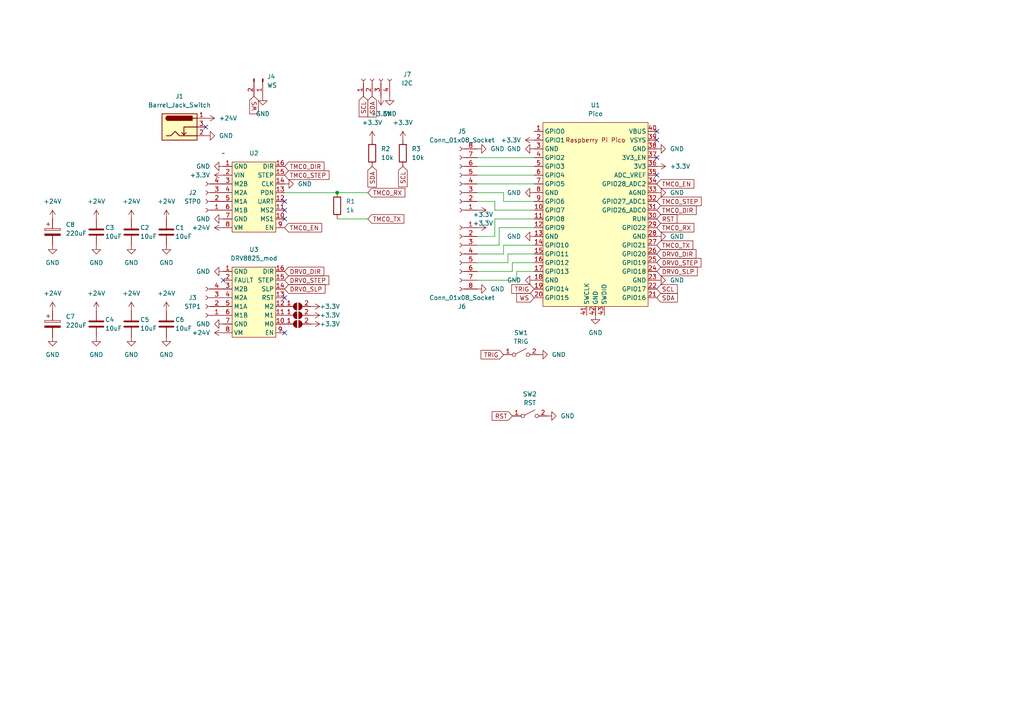
<source format=kicad_sch>
(kicad_sch (version 20230121) (generator eeschema)
  (paper "A4")
  (lib_symbols
    (symbol "Connector:Barrel_Jack_Switch" (pin_names hide)
      (property "Reference" "J" (at 0 5.334 0))
      (property "Value" "Barrel_Jack_Switch" (at 0 -5.08 0))
      (symbol "Barrel_Jack_Switch_0_1"
        (rectangle (start -5.08 3.81) (end 5.08 -3.81) (stroke (width 0.254)) (fill (type background)))
        (arc (start -3.302 3.175) (mid -3.9343 2.54) (end -3.302 1.905) (stroke (width 0.254)))
        (arc (start -3.302 3.175) (mid -3.9343 2.54) (end -3.302 1.905) (stroke (width 0.254)) (fill (type outline)))
        (polyline (pts (xy 1.27 -2.286) (xy 1.905 -1.651)) (stroke (width 0.254)))
        (polyline (pts (xy 5.08 2.54) (xy 3.81 2.54)) (stroke (width 0.254)))
        (polyline (pts (xy 5.08 0) (xy 1.27 0) (xy 1.27 -2.286) (xy 0.635 -1.651)) (stroke (width 0.254)))
        (polyline (pts (xy -3.81 -2.54) (xy -2.54 -2.54) (xy -1.27 -1.27) (xy 0 -2.54) (xy 2.54 -2.54) (xy 5.08 -2.54)) (stroke (width 0.254)))
        (rectangle (start 3.683 3.175) (end -3.302 1.905) (stroke (width 0.254)) (fill (type outline)))
      )
      (symbol "Barrel_Jack_Switch_1_1"
        (pin passive line (at 7.62 2.54 180) (length 2.54) (name "~") (number "1"))
        (pin passive line (at 7.62 -2.54 180) (length 2.54) (name "~") (number "2"))
        (pin passive line (at 7.62 0 180) (length 2.54) (name "~") (number "3"))
      )
    )
    (symbol "Connector:Conn_01x02_Pin" (pin_names (offset 1.016) hide)
      (property "Reference" "J" (at 0 2.54 0))
      (property "Value" "Conn_01x02_Pin" (at 0 -5.08 0))
      (symbol "Conn_01x02_Pin_1_1"
        (polyline (pts (xy 1.27 -2.54) (xy 0.8636 -2.54)) (stroke (width 0.1524)))
        (polyline (pts (xy 1.27 0) (xy 0.8636 0)) (stroke (width 0.1524)))
        (rectangle (start 0.8636 -2.413) (end 0 -2.667) (stroke (width 0.1524)) (fill (type outline)))
        (rectangle (start 0.8636 0.127) (end 0 -0.127) (stroke (width 0.1524)) (fill (type outline)))
        (pin passive line (at 5.08 0 180) (length 3.81) (name "Pin_1") (number "1"))
        (pin passive line (at 5.08 -2.54 180) (length 3.81) (name "Pin_2") (number "2"))
      )
    )
    (symbol "Connector:Conn_01x04_Socket" (pin_names (offset 1.016) hide)
      (property "Reference" "J" (at 0 5.08 0))
      (property "Value" "Conn_01x04_Socket" (at 0 -7.62 0))
      (symbol "Conn_01x04_Socket_1_1"
        (arc (start 0 -4.572) (mid -0.5058 -5.08) (end 0 -5.588) (stroke (width 0.1524)))
        (arc (start 0 -2.032) (mid -0.5058 -2.54) (end 0 -3.048) (stroke (width 0.1524)))
        (polyline (pts (xy -1.27 -5.08) (xy -0.508 -5.08)) (stroke (width 0.1524)))
        (polyline (pts (xy -1.27 -2.54) (xy -0.508 -2.54)) (stroke (width 0.1524)))
        (polyline (pts (xy -1.27 0) (xy -0.508 0)) (stroke (width 0.1524)))
        (polyline (pts (xy -1.27 2.54) (xy -0.508 2.54)) (stroke (width 0.1524)))
        (arc (start 0 0.508) (mid -0.5058 0) (end 0 -0.508) (stroke (width 0.1524)))
        (arc (start 0 3.048) (mid -0.5058 2.54) (end 0 2.032) (stroke (width 0.1524)))
        (pin passive line (at -5.08 2.54 0) (length 3.81) (name "Pin_1") (number "1"))
        (pin passive line (at -5.08 0 0) (length 3.81) (name "Pin_2") (number "2"))
        (pin passive line (at -5.08 -2.54 0) (length 3.81) (name "Pin_3") (number "3"))
        (pin passive line (at -5.08 -5.08 0) (length 3.81) (name "Pin_4") (number "4"))
      )
    )
    (symbol "Connector:Conn_01x08_Socket" (pin_names (offset 1.016) hide)
      (property "Reference" "J" (at 0 10.16 0))
      (property "Value" "Conn_01x08_Socket" (at 0 -12.7 0))
      (symbol "Conn_01x08_Socket_1_1"
        (arc (start 0 -9.652) (mid -0.5058 -10.16) (end 0 -10.668) (stroke (width 0.1524)))
        (arc (start 0 -7.112) (mid -0.5058 -7.62) (end 0 -8.128) (stroke (width 0.1524)))
        (arc (start 0 -4.572) (mid -0.5058 -5.08) (end 0 -5.588) (stroke (width 0.1524)))
        (arc (start 0 -2.032) (mid -0.5058 -2.54) (end 0 -3.048) (stroke (width 0.1524)))
        (polyline (pts (xy -1.27 -10.16) (xy -0.508 -10.16)) (stroke (width 0.1524)))
        (polyline (pts (xy -1.27 -7.62) (xy -0.508 -7.62)) (stroke (width 0.1524)))
        (polyline (pts (xy -1.27 -5.08) (xy -0.508 -5.08)) (stroke (width 0.1524)))
        (polyline (pts (xy -1.27 -2.54) (xy -0.508 -2.54)) (stroke (width 0.1524)))
        (polyline (pts (xy -1.27 0) (xy -0.508 0)) (stroke (width 0.1524)))
        (polyline (pts (xy -1.27 2.54) (xy -0.508 2.54)) (stroke (width 0.1524)))
        (polyline (pts (xy -1.27 5.08) (xy -0.508 5.08)) (stroke (width 0.1524)))
        (polyline (pts (xy -1.27 7.62) (xy -0.508 7.62)) (stroke (width 0.1524)))
        (arc (start 0 0.508) (mid -0.5058 0) (end 0 -0.508) (stroke (width 0.1524)))
        (arc (start 0 3.048) (mid -0.5058 2.54) (end 0 2.032) (stroke (width 0.1524)))
        (arc (start 0 5.588) (mid -0.5058 5.08) (end 0 4.572) (stroke (width 0.1524)))
        (arc (start 0 8.128) (mid -0.5058 7.62) (end 0 7.112) (stroke (width 0.1524)))
        (pin passive line (at -5.08 7.62 0) (length 3.81) (name "Pin_1") (number "1"))
        (pin passive line (at -5.08 5.08 0) (length 3.81) (name "Pin_2") (number "2"))
        (pin passive line (at -5.08 2.54 0) (length 3.81) (name "Pin_3") (number "3"))
        (pin passive line (at -5.08 0 0) (length 3.81) (name "Pin_4") (number "4"))
        (pin passive line (at -5.08 -2.54 0) (length 3.81) (name "Pin_5") (number "5"))
        (pin passive line (at -5.08 -5.08 0) (length 3.81) (name "Pin_6") (number "6"))
        (pin passive line (at -5.08 -7.62 0) (length 3.81) (name "Pin_7") (number "7"))
        (pin passive line (at -5.08 -10.16 0) (length 3.81) (name "Pin_8") (number "8"))
      )
    )
    (symbol "Custom:DRV8825_mod"
      (property "Reference" "U" (at 8.89 -1.27 0))
      (property "Value" "DRV8825_mod" (at 0 0 0))
      (symbol "DRV8825_mod_1_1"
        (rectangle (start 2.54 -2.54) (end 15.24 -22.86) (fill (type background)))
        (pin input line (at 0 -3.81 0) (length 2.54) (name "GND") (number "1"))
        (pin input line (at 17.78 -19.05 180) (length 2.54) (name "M0") (number "10"))
        (pin input line (at 17.78 -16.51 180) (length 2.54) (name "M1") (number "11"))
        (pin input line (at 17.78 -13.97 180) (length 2.54) (name "M2") (number "12"))
        (pin input line (at 17.78 -11.43 180) (length 2.54) (name "RST") (number "13"))
        (pin input line (at 17.78 -8.89 180) (length 2.54) (name "SLP") (number "14"))
        (pin input line (at 17.78 -6.35 180) (length 2.54) (name "STEP") (number "15"))
        (pin input line (at 17.78 -3.81 180) (length 2.54) (name "DIR") (number "16"))
        (pin output line (at 0 -6.35 0) (length 2.54) (name "FAULT") (number "2"))
        (pin output line (at 0 -8.89 0) (length 2.54) (name "M2B") (number "3"))
        (pin output line (at 0 -11.43 0) (length 2.54) (name "M2A") (number "4"))
        (pin output line (at 0 -13.97 0) (length 2.54) (name "M1A") (number "5"))
        (pin output line (at 0 -16.51 0) (length 2.54) (name "M1B") (number "6"))
        (pin input line (at 0 -19.05 0) (length 2.54) (name "GND") (number "7"))
        (pin input line (at 0 -21.59 0) (length 2.54) (name "VM") (number "8"))
        (pin input line (at 17.78 -21.59 180) (length 2.54) (name "EN") (number "9"))
      )
    )
    (symbol "Custom:TMC2208_mod"
      (property "Reference" "U" (at 8.89 -1.27 0))
      (symbol "TMC2208_mod_1_1"
        (rectangle (start 2.54 -2.54) (end 15.24 -22.86) (fill (type background)))
        (pin input line (at 0 -3.81 0) (length 2.54) (name "GND") (number "1"))
        (pin input line (at 17.78 -19.05 180) (length 2.54) (name "MS1") (number "10"))
        (pin input line (at 17.78 -16.51 180) (length 2.54) (name "MS2") (number "11"))
        (pin output line (at 17.78 -13.97 180) (length 2.54) (name "UART") (number "12"))
        (pin input line (at 17.78 -11.43 180) (length 2.54) (name "PDN") (number "13"))
        (pin input line (at 17.78 -8.89 180) (length 2.54) (name "CLK") (number "14"))
        (pin input line (at 17.78 -6.35 180) (length 2.54) (name "STEP") (number "15"))
        (pin input line (at 17.78 -3.81 180) (length 2.54) (name "DIR") (number "16"))
        (pin input line (at 0 -6.35 0) (length 2.54) (name "VIN") (number "2"))
        (pin output line (at 0 -8.89 0) (length 2.54) (name "M2B") (number "3"))
        (pin output line (at 0 -11.43 0) (length 2.54) (name "M2A") (number "4"))
        (pin output line (at 0 -13.97 0) (length 2.54) (name "M1A") (number "5"))
        (pin output line (at 0 -16.51 0) (length 2.54) (name "M1B") (number "6"))
        (pin input line (at 0 -19.05 0) (length 2.54) (name "GND") (number "7"))
        (pin input line (at 0 -21.59 0) (length 2.54) (name "VM") (number "8"))
        (pin input line (at 17.78 -21.59 180) (length 2.54) (name "EN") (number "9"))
      )
    )
    (symbol "Device:C" (pin_numbers hide) (pin_names (offset 0.254))
      (property "Reference" "C" (at 0.635 2.54 0))
      (property "Value" "C" (at 0.635 -2.54 0))
      (symbol "C_0_1"
        (polyline (pts (xy -2.032 -0.762) (xy 2.032 -0.762)) (stroke (width 0.508)))
        (polyline (pts (xy -2.032 0.762) (xy 2.032 0.762)) (stroke (width 0.508)))
      )
      (symbol "C_1_1"
        (pin passive line (at 0 3.81 270) (length 2.794) (name "~") (number "1"))
        (pin passive line (at 0 -3.81 90) (length 2.794) (name "~") (number "2"))
      )
    )
    (symbol "Device:C_Polarized" (pin_numbers hide) (pin_names (offset 0.254))
      (property "Reference" "C" (at 0.635 2.54 0))
      (property "Value" "C_Polarized" (at 0.635 -2.54 0))
      (symbol "C_Polarized_0_1"
        (rectangle (start -2.286 0.508) (end 2.286 1.016))
        (polyline (pts (xy -1.778 2.286) (xy -0.762 2.286)))
        (polyline (pts (xy -1.27 2.794) (xy -1.27 1.778)))
        (rectangle (start 2.286 -0.508) (end -2.286 -1.016) (fill (type outline)))
      )
      (symbol "C_Polarized_1_1"
        (pin passive line (at 0 3.81 270) (length 2.794) (name "~") (number "1"))
        (pin passive line (at 0 -3.81 90) (length 2.794) (name "~") (number "2"))
      )
    )
    (symbol "Device:R" (pin_numbers hide) (pin_names (offset 0))
      (property "Reference" "R" (at 2.032 0 90))
      (property "Value" "R" (at 0 0 90))
      (symbol "R_0_1"
        (rectangle (start -1.016 -2.54) (end 1.016 2.54) (stroke (width 0.254)))
      )
      (symbol "R_1_1"
        (pin passive line (at 0 3.81 270) (length 1.27) (name "~") (number "1"))
        (pin passive line (at 0 -3.81 90) (length 1.27) (name "~") (number "2"))
      )
    )
    (symbol "Jumper:SolderJumper_2_Open" (pin_names (offset 0) hide)
      (property "Reference" "JP" (at 0 2.032 0))
      (property "Value" "SolderJumper_2_Open" (at 0 -2.54 0))
      (symbol "SolderJumper_2_Open_0_1"
        (arc (start -0.254 1.016) (mid -1.2656 0) (end -0.254 -1.016))
        (arc (start -0.254 1.016) (mid -1.2656 0) (end -0.254 -1.016) (fill (type outline)))
        (polyline (pts (xy -0.254 1.016) (xy -0.254 -1.016)))
        (polyline (pts (xy 0.254 1.016) (xy 0.254 -1.016)))
        (arc (start 0.254 -1.016) (mid 1.2656 0) (end 0.254 1.016))
        (arc (start 0.254 -1.016) (mid 1.2656 0) (end 0.254 1.016) (fill (type outline)))
      )
      (symbol "SolderJumper_2_Open_1_1"
        (pin passive line (at -3.81 0 0) (length 2.54) (name "A") (number "1"))
        (pin passive line (at 3.81 0 180) (length 2.54) (name "B") (number "2"))
      )
    )
    (symbol "MCU_RaspberryPi_and_Boards:Pico"
      (property "Reference" "U" (at -13.97 27.94 0))
      (property "Value" "Pico" (at 0 19.05 0))
      (symbol "Pico_0_0"
        (text "Raspberry Pi Pico" (at 0 21.59 0) (effects (font (size 1.27 1.27))))
      )
      (symbol "Pico_0_1"
        (rectangle (start -15.24 26.67) (end 15.24 -26.67) (fill (type background)))
      )
      (symbol "Pico_1_1"
        (pin bidirectional line (at -17.78 24.13 0) (length 2.54) (name "GPIO0") (number "1"))
        (pin bidirectional line (at -17.78 1.27 0) (length 2.54) (name "GPIO7") (number "10"))
        (pin bidirectional line (at -17.78 -1.27 0) (length 2.54) (name "GPIO8") (number "11"))
        (pin bidirectional line (at -17.78 -3.81 0) (length 2.54) (name "GPIO9") (number "12"))
        (pin power_in line (at -17.78 -6.35 0) (length 2.54) (name "GND") (number "13"))
        (pin bidirectional line (at -17.78 -8.89 0) (length 2.54) (name "GPIO10") (number "14"))
        (pin bidirectional line (at -17.78 -11.43 0) (length 2.54) (name "GPIO11") (number "15"))
        (pin bidirectional line (at -17.78 -13.97 0) (length 2.54) (name "GPIO12") (number "16"))
        (pin bidirectional line (at -17.78 -16.51 0) (length 2.54) (name "GPIO13") (number "17"))
        (pin power_in line (at -17.78 -19.05 0) (length 2.54) (name "GND") (number "18"))
        (pin bidirectional line (at -17.78 -21.59 0) (length 2.54) (name "GPIO14") (number "19"))
        (pin bidirectional line (at -17.78 21.59 0) (length 2.54) (name "GPIO1") (number "2"))
        (pin bidirectional line (at -17.78 -24.13 0) (length 2.54) (name "GPIO15") (number "20"))
        (pin bidirectional line (at 17.78 -24.13 180) (length 2.54) (name "GPIO16") (number "21"))
        (pin bidirectional line (at 17.78 -21.59 180) (length 2.54) (name "GPIO17") (number "22"))
        (pin power_in line (at 17.78 -19.05 180) (length 2.54) (name "GND") (number "23"))
        (pin bidirectional line (at 17.78 -16.51 180) (length 2.54) (name "GPIO18") (number "24"))
        (pin bidirectional line (at 17.78 -13.97 180) (length 2.54) (name "GPIO19") (number "25"))
        (pin bidirectional line (at 17.78 -11.43 180) (length 2.54) (name "GPIO20") (number "26"))
        (pin bidirectional line (at 17.78 -8.89 180) (length 2.54) (name "GPIO21") (number "27"))
        (pin power_in line (at 17.78 -6.35 180) (length 2.54) (name "GND") (number "28"))
        (pin bidirectional line (at 17.78 -3.81 180) (length 2.54) (name "GPIO22") (number "29"))
        (pin power_in line (at -17.78 19.05 0) (length 2.54) (name "GND") (number "3"))
        (pin input line (at 17.78 -1.27 180) (length 2.54) (name "RUN") (number "30"))
        (pin bidirectional line (at 17.78 1.27 180) (length 2.54) (name "GPIO26_ADC0") (number "31"))
        (pin bidirectional line (at 17.78 3.81 180) (length 2.54) (name "GPIO27_ADC1") (number "32"))
        (pin power_in line (at 17.78 6.35 180) (length 2.54) (name "AGND") (number "33"))
        (pin bidirectional line (at 17.78 8.89 180) (length 2.54) (name "GPIO28_ADC2") (number "34"))
        (pin power_in line (at 17.78 11.43 180) (length 2.54) (name "ADC_VREF") (number "35"))
        (pin power_in line (at 17.78 13.97 180) (length 2.54) (name "3V3") (number "36"))
        (pin input line (at 17.78 16.51 180) (length 2.54) (name "3V3_EN") (number "37"))
        (pin bidirectional line (at 17.78 19.05 180) (length 2.54) (name "GND") (number "38"))
        (pin power_in line (at 17.78 21.59 180) (length 2.54) (name "VSYS") (number "39"))
        (pin bidirectional line (at -17.78 16.51 0) (length 2.54) (name "GPIO2") (number "4"))
        (pin power_in line (at 17.78 24.13 180) (length 2.54) (name "VBUS") (number "40"))
        (pin input line (at -2.54 -29.21 90) (length 2.54) (name "SWCLK") (number "41"))
        (pin power_in line (at 0 -29.21 90) (length 2.54) (name "GND") (number "42"))
        (pin bidirectional line (at 2.54 -29.21 90) (length 2.54) (name "SWDIO") (number "43"))
        (pin bidirectional line (at -17.78 13.97 0) (length 2.54) (name "GPIO3") (number "5"))
        (pin bidirectional line (at -17.78 11.43 0) (length 2.54) (name "GPIO4") (number "6"))
        (pin bidirectional line (at -17.78 8.89 0) (length 2.54) (name "GPIO5") (number "7"))
        (pin power_in line (at -17.78 6.35 0) (length 2.54) (name "GND") (number "8"))
        (pin bidirectional line (at -17.78 3.81 0) (length 2.54) (name "GPIO6") (number "9"))
      )
    )
    (symbol "Switch:SW_SPST" (pin_names (offset 0) hide)
      (property "Reference" "SW" (at 0 3.175 0))
      (property "Value" "SW_SPST" (at 0 -2.54 0))
      (symbol "SW_SPST_0_0"
        (circle (center -2.032 0) (radius 0.508))
        (polyline (pts (xy -1.524 0.254) (xy 1.524 1.778)))
        (circle (center 2.032 0) (radius 0.508))
      )
      (symbol "SW_SPST_1_1"
        (pin passive line (at -5.08 0 0) (length 2.54) (name "A") (number "1"))
        (pin passive line (at 5.08 0 180) (length 2.54) (name "B") (number "2"))
      )
    )
    (symbol "power:+24V" (power) (pin_names (offset 0))
      (property "Value" "+24V" (at 0 3.556 0))
      (symbol "+24V_0_1"
        (polyline (pts (xy -0.762 1.27) (xy 0 2.54)))
        (polyline (pts (xy 0 0) (xy 0 2.54)))
        (polyline (pts (xy 0 2.54) (xy 0.762 1.27)))
      )
      (symbol "+24V_1_1"
        (pin power_in line (at 0 0 90) (length 0) hide (name "+24V") (number "1"))
      )
    )
    (symbol "power:+3.3V" (power) (pin_names (offset 0))
      (property "Value" "+3.3V" (at 0 3.556 0))
      (symbol "+3.3V_0_1"
        (polyline (pts (xy -0.762 1.27) (xy 0 2.54)))
        (polyline (pts (xy 0 0) (xy 0 2.54)))
        (polyline (pts (xy 0 2.54) (xy 0.762 1.27)))
      )
      (symbol "+3.3V_1_1"
        (pin power_in line (at 0 0 90) (length 0) hide (name "+3.3V") (number "1"))
      )
    )
    (symbol "power:GND" (power) (pin_names (offset 0))
      (property "Value" "GND" (at 0 -3.81 0))
      (symbol "GND_0_1"
        (polyline (pts (xy 0 0) (xy 0 -1.27) (xy 1.27 -1.27) (xy 0 -2.54) (xy -1.27 -1.27) (xy 0 -1.27)))
      )
      (symbol "GND_1_1"
        (pin power_in line (at 0 0 270) (length 0) hide (name "GND") (number "1"))
      )
    )
  )
  (junction (at 97.79 55.88))
  (no_connect (at 82.55 96.52))
  (no_connect (at 190.5 45.72))
  (no_connect (at 82.55 86.36))
  (no_connect (at 190.5 50.8))
  (no_connect (at 82.55 58.42))
  (no_connect (at 64.77 81.28))
  (no_connect (at 190.5 38.1))
  (no_connect (at 59.69 36.83))
  (no_connect (at 190.5 40.64))
  (no_connect (at 82.55 60.96))
  (no_connect (at 82.55 63.5))
  (wire (pts (xy 148.59 78.74) (xy 138.43 78.74)))
  (wire (pts (xy 143.51 60.96) (xy 154.94 60.96)))
  (wire (pts (xy 138.43 53.34) (xy 154.94 53.34)))
  (wire (pts (xy 154.94 71.12) (xy 146.05 71.12)))
  (wire (pts (xy 144.78 66.04) (xy 144.78 71.12)))
  (wire (pts (xy 143.51 58.42) (xy 143.51 60.96)))
  (wire (pts (xy 146.05 55.88) (xy 138.43 55.88)))
  (wire (pts (xy 154.94 78.74) (xy 149.86 78.74)))
  (wire (pts (xy 146.05 73.66) (xy 138.43 73.66)))
  (wire (pts (xy 138.43 58.42) (xy 143.51 58.42)))
  (wire (pts (xy 97.79 63.5) (xy 106.68 63.5)))
  (wire (pts (xy 146.05 58.42) (xy 146.05 55.88)))
  (wire (pts (xy 154.94 66.04) (xy 144.78 66.04)))
  (wire (pts (xy 138.43 45.72) (xy 154.94 45.72)))
  (wire (pts (xy 154.94 73.66) (xy 147.32 73.66)))
  (wire (pts (xy 149.86 81.28) (xy 138.43 81.28)))
  (wire (pts (xy 138.43 50.8) (xy 154.94 50.8)))
  (wire (pts (xy 149.86 78.74) (xy 149.86 81.28)))
  (wire (pts (xy 143.51 63.5) (xy 143.51 68.58)))
  (wire (pts (xy 147.32 76.2) (xy 138.43 76.2)))
  (wire (pts (xy 148.59 76.2) (xy 148.59 78.74)))
  (wire (pts (xy 106.68 55.88) (xy 97.79 55.88)))
  (wire (pts (xy 154.94 63.5) (xy 143.51 63.5)))
  (wire (pts (xy 154.94 58.42) (xy 146.05 58.42)))
  (wire (pts (xy 143.51 68.58) (xy 138.43 68.58)))
  (wire (pts (xy 147.32 73.66) (xy 147.32 76.2)))
  (wire (pts (xy 97.79 55.88) (xy 82.55 55.88)))
  (wire (pts (xy 146.05 71.12) (xy 146.05 73.66)))
  (wire (pts (xy 154.94 76.2) (xy 148.59 76.2)))
  (wire (pts (xy 138.43 48.26) (xy 154.94 48.26)))
  (wire (pts (xy 144.78 71.12) (xy 138.43 71.12)))
  (global_label "DRV0_SLP" (shape input) (at 190.5 78.74 0) (property "Intersheetrefs" "${INTERSHEET_REFS}" (effects hide)))
  (global_label "TMC0_DIR" (shape input) (at 190.5 60.96 0) (property "Intersheetrefs" "${INTERSHEET_REFS}" (effects hide)))
  (global_label "DRV0_DIR" (shape input) (at 82.55 78.74 0) (property "Intersheetrefs" "${INTERSHEET_REFS}" (effects hide)))
  (global_label "TRIG" (shape input) (at 146.05 102.87 180) (property "Intersheetrefs" "${INTERSHEET_REFS}" (effects hide)))
  (global_label "RST" (shape input) (at 190.5 63.5 0) (property "Intersheetrefs" "${INTERSHEET_REFS}" (effects hide)))
  (global_label "DRV0_DIR" (shape input) (at 190.5 73.66 0) (property "Intersheetrefs" "${INTERSHEET_REFS}" (effects hide)))
  (global_label "SDA" (shape input) (at 107.95 48.26 270) (property "Intersheetrefs" "${INTERSHEET_REFS}" (effects hide)))
  (global_label "TMC0_EN" (shape input) (at 82.55 66.04 0) (property "Intersheetrefs" "${INTERSHEET_REFS}" (effects hide)))
  (global_label "TMC0_RX" (shape input) (at 190.5 66.04 0) (property "Intersheetrefs" "${INTERSHEET_REFS}" (effects hide)))
  (global_label "TMC0_TX" (shape input) (at 190.5 71.12 0) (property "Intersheetrefs" "${INTERSHEET_REFS}" (effects hide)))
  (global_label "DRV0_STEP" (shape input) (at 190.5 76.2 0) (property "Intersheetrefs" "${INTERSHEET_REFS}" (effects hide)))
  (global_label "TMC0_STEP" (shape input) (at 82.55 50.8 0) (property "Intersheetrefs" "${INTERSHEET_REFS}" (effects hide)))
  (global_label "TMC0_DIR" (shape input) (at 82.55 48.26 0) (property "Intersheetrefs" "${INTERSHEET_REFS}" (effects hide)))
  (global_label "TMC0_TX" (shape input) (at 106.68 63.5 0) (property "Intersheetrefs" "${INTERSHEET_REFS}" (effects hide)))
  (global_label "SCL" (shape input) (at 105.41 27.94 270) (property "Intersheetrefs" "${INTERSHEET_REFS}" (effects hide)))
  (global_label "SDA" (shape input) (at 107.95 27.94 270) (property "Intersheetrefs" "${INTERSHEET_REFS}" (effects hide)))
  (global_label "RST" (shape input) (at 148.59 120.65 180) (property "Intersheetrefs" "${INTERSHEET_REFS}" (effects hide)))
  (global_label "SCL" (shape input) (at 116.84 48.26 270) (property "Intersheetrefs" "${INTERSHEET_REFS}" (effects hide)))
  (global_label "TMC0_RX" (shape input) (at 106.68 55.88 0) (property "Intersheetrefs" "${INTERSHEET_REFS}" (effects hide)))
  (global_label "WS" (shape input) (at 154.94 86.36 180) (property "Intersheetrefs" "${INTERSHEET_REFS}" (effects hide)))
  (global_label "SDA" (shape input) (at 190.5 86.36 0) (property "Intersheetrefs" "${INTERSHEET_REFS}" (effects hide)))
  (global_label "TRIG" (shape input) (at 154.94 83.82 180) (property "Intersheetrefs" "${INTERSHEET_REFS}" (effects hide)))
  (global_label "WS" (shape input) (at 73.66 27.94 270) (property "Intersheetrefs" "${INTERSHEET_REFS}" (effects hide)))
  (global_label "DRV0_STEP" (shape input) (at 82.55 81.28 0) (property "Intersheetrefs" "${INTERSHEET_REFS}" (effects hide)))
  (global_label "DRV0_SLP" (shape input) (at 82.55 83.82 0) (property "Intersheetrefs" "${INTERSHEET_REFS}" (effects hide)))
  (global_label "TMC0_EN" (shape input) (at 190.5 53.34 0) (property "Intersheetrefs" "${INTERSHEET_REFS}" (effects hide)))
  (global_label "SCL" (shape input) (at 190.5 83.82 0) (property "Intersheetrefs" "${INTERSHEET_REFS}" (effects hide)))
  (global_label "TMC0_STEP" (shape input) (at 190.5 58.42 0) (property "Intersheetrefs" "${INTERSHEET_REFS}" (effects hide)))
  (symbol (lib_id "power:GND") (at 156.21 102.87 90) (unit 1)
    (property "Reference" "#PWR043" (effects hide))
    (property "Value" "GND" (at 160.02 102.87 90) (effects (justify right)))
  )
  (symbol (lib_id "power:GND") (at 82.55 53.34 90) (unit 1)
    (property "Reference" "#PWR017" (effects hide))
    (property "Value" "GND" (at 86.36 53.34 90) (effects (justify right)))
  )
  (symbol (lib_id "power:GND") (at 64.77 63.5 270) (unit 1)
    (property "Reference" "#PWR011" (effects hide))
    (property "Value" "GND" (at 60.96 63.5 90) (effects (justify right)))
  )
  (symbol (lib_id "Device:C") (at 38.1 67.31 0) (unit 1)
    (property "Reference" "C2" (at 40.64 66.04 0) (effects (justify left)))
    (property "Value" "10uF" (at 40.64 68.58 0) (effects (justify left)))
    (property "Footprint" "Capacitor_SMD:C_0805_2012Metric_Pad1.18x1.45mm_HandSolder" (effects hide))
  )
  (symbol (lib_id "power:+3.3V") (at 116.84 40.64 0) (unit 1)
    (property "Reference" "#PWR050" (effects hide))
    (property "Value" "+3.3V" (at 116.84 35.56 0))
  )
  (symbol (lib_id "power:GND") (at 64.77 78.74 270) (unit 1)
    (property "Reference" "#PWR020" (effects hide))
    (property "Value" "GND" (at 60.96 78.74 90) (effects (justify right)))
  )
  (symbol (lib_id "Device:R") (at 97.79 59.69 0) (unit 1)
    (property "Reference" "R1" (at 100.33 58.42 0) (effects (justify left)))
    (property "Value" "1k" (at 100.33 60.96 0) (effects (justify left)))
    (property "Footprint" "Resistor_SMD:R_0805_2012Metric_Pad1.20x1.40mm_HandSolder" (effects hide))
  )
  (symbol (lib_id "power:GND") (at 15.24 97.79 0) (unit 1)
    (property "Reference" "#PWR037" (effects hide))
    (property "Value" "GND" (at 15.24 102.87 0))
  )
  (symbol (lib_id "Switch:SW_SPST") (at 153.67 120.65 0) (unit 1)
    (property "Reference" "SW2" (at 153.67 114.3 0))
    (property "Value" "RST" (at 153.67 116.84 0))
    (property "Footprint" "Button_Switch_THT:SW_PUSH_6mm" (effects hide))
  )
  (symbol (lib_id "power:+24V") (at 48.26 63.5 0) (unit 1)
    (property "Reference" "#PWR027" (effects hide))
    (property "Value" "+24V" (at 48.26 58.42 0))
  )
  (symbol (lib_id "Connector:Conn_01x04_Socket") (at 59.69 58.42 180) (unit 1)
    (property "Reference" "J2" (at 55.88 55.88 0))
    (property "Value" "STP0" (at 55.88 58.42 0))
    (property "Footprint" "Connector_JST:JST_XH_B4B-XH-A_1x04_P2.50mm_Vertical" (effects hide))
  )
  (symbol (lib_id "Connector:Conn_01x02_Pin") (at 76.2 22.86 270) (unit 1)
    (property "Reference" "J4" (at 77.47 22.225 90) (effects (justify left)))
    (property "Value" "WS" (at 77.47 24.765 90) (effects (justify left)))
    (property "Footprint" "Connector_JST:JST_PH_B2B-PH-K_1x02_P2.00mm_Vertical" (effects hide))
  )
  (symbol (lib_id "Connector:Conn_01x04_Socket") (at 59.69 88.9 180) (unit 1)
    (property "Reference" "J3" (at 55.88 86.36 0))
    (property "Value" "STP1" (at 55.88 88.9 0))
    (property "Footprint" "Connector_JST:JST_XH_B4B-XH-A_1x04_P2.50mm_Vertical" (effects hide))
  )
  (symbol (lib_id "power:GND") (at 172.72 91.44 0) (unit 1)
    (property "Reference" "#PWR09" (effects hide))
    (property "Value" "GND" (at 172.72 96.52 0))
  )
  (symbol (lib_id "power:GND") (at 38.1 71.12 0) (unit 1)
    (property "Reference" "#PWR025" (effects hide))
    (property "Value" "GND" (at 38.1 76.2 0))
  )
  (symbol (lib_id "power:GND") (at 48.26 97.79 0) (unit 1)
    (property "Reference" "#PWR035" (effects hide))
    (property "Value" "GND" (at 48.26 102.87 0))
  )
  (symbol (lib_id "Jumper:SolderJumper_2_Open") (at 86.36 88.9 0) (unit 1)
    (property "Reference" "JP1" (effects hide))
    (property "Value" "M2" (effects hide))
    (property "Footprint" "Jumper:SolderJumper-2_P1.3mm_Open_Pad1.0x1.5mm" (effects hide))
  )
  (symbol (lib_id "Connector:Barrel_Jack_Switch") (at 52.07 36.83 0) (unit 1)
    (property "Reference" "J1" (at 52.07 27.94 0))
    (property "Value" "Barrel_Jack_Switch" (at 52.07 30.48 0))
    (property "Footprint" "Connector_BarrelJack:BarrelJack_Horizontal" (effects hide))
  )
  (symbol (lib_id "Device:R") (at 107.95 44.45 0) (unit 1)
    (property "Reference" "R2" (at 110.49 43.18 0) (effects (justify left)))
    (property "Value" "10k" (at 110.49 45.72 0) (effects (justify left)))
    (property "Footprint" "Resistor_SMD:R_0805_2012Metric_Pad1.20x1.40mm_HandSolder" (effects hide))
  )
  (symbol (lib_id "Connector:Conn_01x04_Socket") (at 107.95 22.86 90) (unit 1)
    (property "Reference" "J7" (at 118.11 21.59 90))
    (property "Value" "I2C" (at 118.11 24.13 90))
    (property "Footprint" "Connector_JST:JST_XH_B4B-XH-A_1x04_P2.50mm_Vertical" (effects hide))
  )
  (symbol (lib_id "power:GND") (at 64.77 48.26 270) (unit 1)
    (property "Reference" "#PWR010" (effects hide))
    (property "Value" "GND" (at 60.96 48.26 90) (effects (justify right)))
  )
  (symbol (lib_id "Device:C_Polarized") (at 15.24 67.31 0) (unit 1)
    (property "Reference" "C8" (at 19.05 65.151 0) (effects (justify left)))
    (property "Value" "220uF" (at 19.05 67.691 0) (effects (justify left)))
    (property "Footprint" "Capacitor_THT:CP_Radial_D8.0mm_P3.50mm" (effects hide))
  )
  (symbol (lib_id "power:+24V") (at 38.1 63.5 0) (unit 1)
    (property "Reference" "#PWR028" (effects hide))
    (property "Value" "+24V" (at 38.1 58.42 0))
  )
  (symbol (lib_id "Custom:DRV8825_mod") (at 64.77 74.93 0) (unit 1)
    (property "Reference" "U3" (at 73.66 72.39 0))
    (property "Value" "DRV8825_mod" (at 73.66 74.93 0))
    (property "Footprint" "Custom:StepperModule" (effects hide))
  )
  (symbol (lib_id "power:+24V") (at 59.69 34.29 270) (unit 1)
    (property "Reference" "#PWR013" (effects hide))
    (property "Value" "+24V" (at 63.5 34.29 90) (effects (justify left)))
  )
  (symbol (lib_id "power:GND") (at 113.03 27.94 0) (unit 1)
    (property "Reference" "#PWR045" (effects hide))
    (property "Value" "GND" (at 113.03 33.02 0))
  )
  (symbol (lib_id "power:+24V") (at 27.94 63.5 0) (unit 1)
    (property "Reference" "#PWR029" (effects hide))
    (property "Value" "+24V" (at 27.94 58.42 0))
  )
  (symbol (lib_id "power:+3.3V") (at 90.17 88.9 270) (unit 1)
    (property "Reference" "#PWR021" (effects hide))
    (property "Value" "+3.3V" (at 92.71 88.9 90) (effects (justify left)))
  )
  (symbol (lib_id "power:GND") (at 154.94 43.18 270) (unit 1)
    (property "Reference" "#PWR04" (effects hide))
    (property "Value" "GND" (at 151.13 43.18 90) (effects (justify right)))
  )
  (symbol (lib_id "Switch:SW_SPST") (at 151.13 102.87 0) (unit 1)
    (property "Reference" "SW1" (at 151.13 96.52 0))
    (property "Value" "TRIG" (at 151.13 99.06 0))
    (property "Footprint" "Button_Switch_Keyboard:SW_Cherry_MX_1.00u_Plate" (effects hide))
  )
  (symbol (lib_id "power:GND") (at 190.5 68.58 90) (unit 1)
    (property "Reference" "#PWR08" (effects hide))
    (property "Value" "GND" (at 194.31 68.58 90) (effects (justify right)))
  )
  (symbol (lib_id "power:GND") (at 154.94 55.88 270) (unit 1)
    (property "Reference" "#PWR03" (effects hide))
    (property "Value" "GND" (at 151.13 55.88 90) (effects (justify right)))
  )
  (symbol (lib_id "power:GND") (at 190.5 43.18 90) (unit 1)
    (property "Reference" "#PWR05" (effects hide))
    (property "Value" "GND" (at 194.31 43.18 90) (effects (justify right)))
  )
  (symbol (lib_id "power:+24V") (at 64.77 66.04 90) (unit 1)
    (property "Reference" "#PWR014" (effects hide))
    (property "Value" "+24V" (at 60.96 66.04 90) (effects (justify left)))
  )
  (symbol (lib_id "power:GND") (at 15.24 71.12 0) (unit 1)
    (property "Reference" "#PWR039" (effects hide))
    (property "Value" "GND" (at 15.24 76.2 0))
  )
  (symbol (lib_id "power:+24V") (at 15.24 63.5 0) (unit 1)
    (property "Reference" "#PWR038" (effects hide))
    (property "Value" "+24V" (at 15.24 58.42 0))
  )
  (symbol (lib_id "power:+3.3V") (at 90.17 93.98 270) (unit 1)
    (property "Reference" "#PWR023" (effects hide))
    (property "Value" "+3.3V" (at 92.71 93.98 90) (effects (justify left)))
  )
  (symbol (lib_id "power:GND") (at 27.94 97.79 0) (unit 1)
    (property "Reference" "#PWR031" (effects hide))
    (property "Value" "GND" (at 27.94 102.87 0))
  )
  (symbol (lib_id "Device:C_Polarized") (at 15.24 93.98 0) (unit 1)
    (property "Reference" "C7" (at 19.05 91.821 0) (effects (justify left)))
    (property "Value" "220uF" (at 19.05 94.361 0) (effects (justify left)))
    (property "Footprint" "Capacitor_THT:CP_Radial_D8.0mm_P3.50mm" (effects hide))
  )
  (symbol (lib_id "power:GND") (at 154.94 81.28 270) (unit 1)
    (property "Reference" "#PWR01" (effects hide))
    (property "Value" "GND" (at 151.13 81.28 90) (effects (justify right)))
  )
  (symbol (lib_id "power:+3.3V") (at 90.17 91.44 270) (unit 1)
    (property "Reference" "#PWR022" (effects hide))
    (property "Value" "+3.3V" (at 92.71 91.44 90) (effects (justify left)))
  )
  (symbol (lib_id "power:GND") (at 27.94 71.12 0) (unit 1)
    (property "Reference" "#PWR026" (effects hide))
    (property "Value" "GND" (at 27.94 76.2 0))
  )
  (symbol (lib_id "power:GND") (at 154.94 68.58 270) (unit 1)
    (property "Reference" "#PWR02" (effects hide))
    (property "Value" "GND" (at 151.13 68.58 90) (effects (justify right)))
  )
  (symbol (lib_id "power:GND") (at 138.43 43.18 90) (unit 1)
    (property "Reference" "#PWR040" (effects hide))
    (property "Value" "GND" (at 142.24 43.18 90) (effects (justify right)))
  )
  (symbol (lib_id "Device:C") (at 27.94 67.31 0) (unit 1)
    (property "Reference" "C3" (at 30.48 66.04 0) (effects (justify left)))
    (property "Value" "10uF" (at 30.48 68.58 0) (effects (justify left)))
    (property "Footprint" "Capacitor_SMD:C_0805_2012Metric_Pad1.18x1.45mm_HandSolder" (effects hide))
  )
  (symbol (lib_id "power:+24V") (at 64.77 96.52 90) (unit 1)
    (property "Reference" "#PWR019" (effects hide))
    (property "Value" "+24V" (at 60.96 96.52 90) (effects (justify left)))
  )
  (symbol (lib_id "power:+24V") (at 27.94 90.17 0) (unit 1)
    (property "Reference" "#PWR030" (effects hide))
    (property "Value" "+24V" (at 27.94 85.09 0))
  )
  (symbol (lib_id "power:GND") (at 38.1 97.79 0) (unit 1)
    (property "Reference" "#PWR033" (effects hide))
    (property "Value" "GND" (at 38.1 102.87 0))
  )
  (symbol (lib_id "power:+3.3V") (at 190.5 48.26 270) (unit 1)
    (property "Reference" "#PWR015" (effects hide))
    (property "Value" "+3.3V" (at 194.31 48.26 90) (effects (justify left)))
  )
  (symbol (lib_id "Device:R") (at 116.84 44.45 0) (unit 1)
    (property "Reference" "R3" (at 119.38 43.18 0) (effects (justify left)))
    (property "Value" "10k" (at 119.38 45.72 0) (effects (justify left)))
    (property "Footprint" "Resistor_SMD:R_0805_2012Metric_Pad1.20x1.40mm_HandSolder" (effects hide))
  )
  (symbol (lib_id "power:GND") (at 48.26 71.12 0) (unit 1)
    (property "Reference" "#PWR024" (effects hide))
    (property "Value" "GND" (at 48.26 76.2 0))
  )
  (symbol (lib_id "power:+24V") (at 38.1 90.17 0) (unit 1)
    (property "Reference" "#PWR032" (effects hide))
    (property "Value" "+24V" (at 38.1 85.09 0))
  )
  (symbol (lib_id "power:+24V") (at 48.26 90.17 0) (unit 1)
    (property "Reference" "#PWR034" (effects hide))
    (property "Value" "+24V" (at 48.26 85.09 0))
  )
  (symbol (lib_id "power:+24V") (at 15.24 90.17 0) (unit 1)
    (property "Reference" "#PWR036" (effects hide))
    (property "Value" "+24V" (at 15.24 85.09 0))
  )
  (symbol (lib_id "Jumper:SolderJumper_2_Open") (at 86.36 91.44 0) (unit 1)
    (property "Reference" "JP2" (effects hide))
    (property "Value" "M2" (effects hide))
    (property "Footprint" "Jumper:SolderJumper-2_P1.3mm_Open_Pad1.0x1.5mm" (effects hide))
  )
  (symbol (lib_id "Device:C") (at 27.94 93.98 0) (unit 1)
    (property "Reference" "C4" (at 30.48 92.71 0) (effects (justify left)))
    (property "Value" "10uF" (at 30.48 95.25 0) (effects (justify left)))
    (property "Footprint" "Capacitor_SMD:C_0805_2012Metric_Pad1.18x1.45mm_HandSolder" (effects hide))
  )
  (symbol (lib_id "power:+3.3V") (at 154.94 40.64 90) (unit 1)
    (property "Reference" "#PWR051" (effects hide))
    (property "Value" "+3.3V" (at 151.13 40.64 90) (effects (justify left)))
  )
  (symbol (lib_id "power:GND") (at 76.2 27.94 0) (unit 1)
    (property "Reference" "#PWR042" (effects hide))
    (property "Value" "GND" (at 76.2 33.02 0))
  )
  (symbol (lib_id "power:+3.3V") (at 138.43 60.96 270) (unit 1)
    (property "Reference" "#PWR041" (effects hide))
    (property "Value" "+3.3V" (at 137.16 62.23 90) (effects (justify left)))
  )
  (symbol (lib_id "Connector:Conn_01x08_Socket") (at 133.35 73.66 0) (mirror y) (unit 1)
    (property "Reference" "J6" (at 133.985 88.9 0))
    (property "Value" "Conn_01x08_Socket" (at 133.985 86.36 0))
    (property "Footprint" "Connector_JST:JST_PH_B8B-PH-K_1x08_P2.00mm_Vertical" (effects hide))
  )
  (symbol (lib_id "Connector:Conn_01x08_Socket") (at 133.35 53.34 180) (unit 1)
    (property "Reference" "J5" (at 133.985 38.1 0))
    (property "Value" "Conn_01x08_Socket" (at 133.985 40.64 0))
    (property "Footprint" "Connector_JST:JST_PH_B8B-PH-K_1x08_P2.00mm_Vertical" (effects hide))
  )
  (symbol (lib_id "power:GND") (at 158.75 120.65 90) (unit 1)
    (property "Reference" "#PWR044" (effects hide))
    (property "Value" "GND" (at 162.56 120.65 90) (effects (justify right)))
  )
  (symbol (lib_id "Device:C") (at 48.26 67.31 0) (unit 1)
    (property "Reference" "C1" (at 50.8 66.04 0) (effects (justify left)))
    (property "Value" "10uF" (at 50.8 68.58 0) (effects (justify left)))
    (property "Footprint" "Capacitor_SMD:C_0805_2012Metric_Pad1.18x1.45mm_HandSolder" (effects hide))
  )
  (symbol (lib_id "power:+3.3V") (at 107.95 40.64 0) (unit 1)
    (property "Reference" "#PWR049" (effects hide))
    (property "Value" "+3.3V" (at 107.95 35.56 0))
  )
  (symbol (lib_id "Device:C") (at 38.1 93.98 0) (unit 1)
    (property "Reference" "C5" (at 40.64 92.71 0) (effects (justify left)))
    (property "Value" "10uF" (at 40.64 95.25 0) (effects (justify left)))
    (property "Footprint" "Capacitor_SMD:C_0805_2012Metric_Pad1.18x1.45mm_HandSolder" (effects hide))
  )
  (symbol (lib_id "Custom:TMC2208_mod") (at 64.77 44.45 0) (unit 1)
    (property "Reference" "U2" (at 73.66 44.45 0))
    (property "Value" "~" (at 64.77 44.45 0))
    (property "Footprint" "Custom:StepperModule" (effects hide))
  )
  (symbol (lib_id "power:+3.3V") (at 64.77 50.8 90) (unit 1)
    (property "Reference" "#PWR016" (effects hide))
    (property "Value" "+3.3V" (at 60.96 50.8 90) (effects (justify left)))
  )
  (symbol (lib_id "power:GND") (at 138.43 83.82 90) (unit 1)
    (property "Reference" "#PWR048" (effects hide))
    (property "Value" "GND" (at 142.24 83.82 90) (effects (justify right)))
  )
  (symbol (lib_id "power:+3.3V") (at 110.49 27.94 180) (unit 1)
    (property "Reference" "#PWR046" (effects hide))
    (property "Value" "+3.3V" (at 110.49 33.02 0))
  )
  (symbol (lib_id "power:+3.3V") (at 138.43 66.04 270) (unit 1)
    (property "Reference" "#PWR047" (effects hide))
    (property "Value" "+3.3V" (at 137.16 64.77 90) (effects (justify left)))
  )
  (symbol (lib_id "power:GND") (at 59.69 39.37 90) (unit 1)
    (property "Reference" "#PWR012" (effects hide))
    (property "Value" "GND" (at 63.5 39.37 90) (effects (justify right)))
  )
  (symbol (lib_id "Device:C") (at 48.26 93.98 0) (unit 1)
    (property "Reference" "C6" (at 50.8 92.71 0) (effects (justify left)))
    (property "Value" "10uF" (at 50.8 95.25 0) (effects (justify left)))
    (property "Footprint" "Capacitor_SMD:C_0805_2012Metric_Pad1.18x1.45mm_HandSolder" (effects hide))
  )
  (symbol (lib_id "Jumper:SolderJumper_2_Open") (at 86.36 93.98 0) (unit 1)
    (property "Reference" "JP3" (effects hide))
    (property "Value" "M2" (effects hide))
    (property "Footprint" "Jumper:SolderJumper-2_P1.3mm_Open_Pad1.0x1.5mm" (effects hide))
  )
  (symbol (lib_id "power:GND") (at 190.5 81.28 90) (unit 1)
    (property "Reference" "#PWR07" (effects hide))
    (property "Value" "GND" (at 194.31 81.28 90) (effects (justify right)))
  )
  (symbol (lib_id "power:GND") (at 190.5 55.88 90) (unit 1)
    (property "Reference" "#PWR06" (effects hide))
    (property "Value" "GND" (at 194.31 55.88 90) (effects (justify right)))
  )
  (symbol (lib_id "MCU_RaspberryPi_and_Boards:Pico") (at 172.72 62.23 0) (unit 1)
    (property "Reference" "U1" (at 172.72 30.48 0))
    (property "Value" "Pico" (at 172.72 33.02 0))
    (property "Footprint" "footprints:RPi_Pico_SMD_TH" (effects hide))
  )
  (symbol (lib_id "power:GND") (at 64.77 93.98 270) (unit 1)
    (property "Reference" "#PWR018" (effects hide))
    (property "Value" "GND" (at 60.96 93.98 90) (effects (justify right)))
  )
)
</source>
